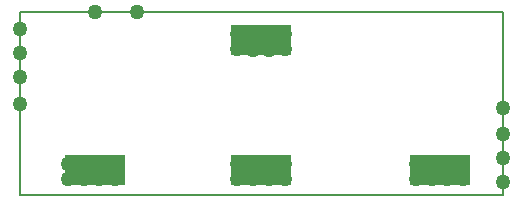
<source format=gbr>
G04 #@! TF.GenerationSoftware,KiCad,Pcbnew,(5.1.9)-1*
G04 #@! TF.CreationDate,2021-10-23T14:42:36-07:00*
G04 #@! TF.ProjectId,Buffer - Rev D,42756666-6572-4202-9d20-52657620442e,rev?*
G04 #@! TF.SameCoordinates,Original*
G04 #@! TF.FileFunction,Soldermask,Bot*
G04 #@! TF.FilePolarity,Negative*
%FSLAX46Y46*%
G04 Gerber Fmt 4.6, Leading zero omitted, Abs format (unit mm)*
G04 Created by KiCad (PCBNEW (5.1.9)-1) date 2021-10-23 14:42:36*
%MOMM*%
%LPD*%
G01*
G04 APERTURE LIST*
G04 #@! TA.AperFunction,Profile*
%ADD10C,0.200000*%
G04 #@! TD*
%ADD11C,1.270000*%
%ADD12R,5.080000X2.540000*%
G04 APERTURE END LIST*
D10*
X126959360Y-92776040D02*
X126959360Y-108270040D01*
X167853360Y-92776040D02*
X126959360Y-92776040D01*
X167853360Y-108270040D02*
X167853360Y-92776040D01*
X126959360Y-108270040D02*
X167853360Y-108270040D01*
D11*
X148055560Y-95970040D03*
X146709360Y-95970040D03*
X136865360Y-92776040D03*
D12*
X147393660Y-95173140D03*
D11*
X145374360Y-95935140D03*
X145374360Y-94665140D03*
X149374860Y-95935140D03*
X148041360Y-94665140D03*
X149374860Y-94665140D03*
X146707860Y-94665140D03*
X148041360Y-106873040D03*
X149374860Y-106873040D03*
X135023860Y-106873040D03*
X164487860Y-106949240D03*
X163154360Y-106873040D03*
X160487360Y-105603040D03*
X160487360Y-106873040D03*
X163154360Y-105603040D03*
X161820860Y-105603040D03*
X161820860Y-106873040D03*
X164487860Y-105603040D03*
X167853360Y-100904040D03*
X146707860Y-106873040D03*
X145374360Y-106873040D03*
X149374860Y-105603040D03*
X148041360Y-105603040D03*
X146707860Y-105603040D03*
X145374360Y-105603040D03*
X133690360Y-105603040D03*
X132356860Y-105603040D03*
X135023860Y-105603040D03*
X133690360Y-106873040D03*
X132356860Y-106873040D03*
X131023360Y-105603040D03*
X131023360Y-106873040D03*
D12*
X133309360Y-106111040D03*
X162519360Y-106111040D03*
D11*
X133309360Y-92776040D03*
X126959360Y-94173040D03*
X167853360Y-105095040D03*
X167853360Y-103063040D03*
X126959360Y-100539040D03*
X167853360Y-107127040D03*
X126959360Y-96205040D03*
X126959360Y-98237040D03*
D12*
X147393660Y-106111040D03*
M02*

</source>
